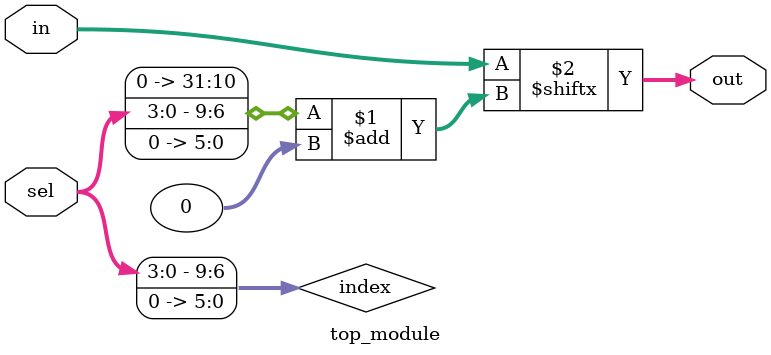
<source format=sv>
module top_module(
	input [1023:0] in,
	input [7:0] sel,
	output [3:0] out
);
// Calculate the starting index based on the selection vector (sel)
reg [9:0] index = sel << 6; 

// Extract the 4-bit block from the input vector (in) starting from the calculated index
assign out = in[index +: 4];

endmodule

</source>
